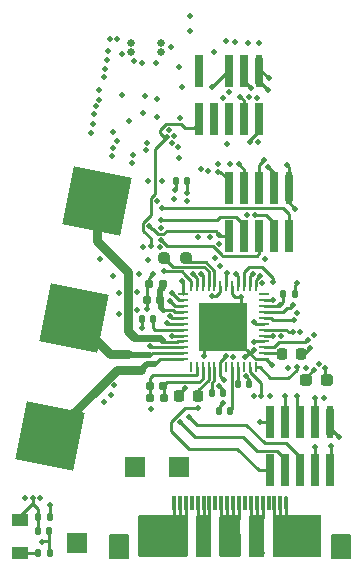
<source format=gbr>
G04 #@! TF.GenerationSoftware,KiCad,Pcbnew,(6.0.4)*
G04 #@! TF.CreationDate,2022-07-14T10:50:46-04:00*
G04 #@! TF.ProjectId,ratkit_design,7261746b-6974-45f6-9465-7369676e2e6b,RatKit2022_proA*
G04 #@! TF.SameCoordinates,PX41672a0PY65bcec0*
G04 #@! TF.FileFunction,Copper,L1,Top*
G04 #@! TF.FilePolarity,Positive*
%FSLAX46Y46*%
G04 Gerber Fmt 4.6, Leading zero omitted, Abs format (unit mm)*
G04 Created by KiCad (PCBNEW (6.0.4)) date 2022-07-14 10:50:46*
%MOMM*%
%LPD*%
G01*
G04 APERTURE LIST*
G04 Aperture macros list*
%AMRoundRect*
0 Rectangle with rounded corners*
0 $1 Rounding radius*
0 $2 $3 $4 $5 $6 $7 $8 $9 X,Y pos of 4 corners*
0 Add a 4 corners polygon primitive as box body*
4,1,4,$2,$3,$4,$5,$6,$7,$8,$9,$2,$3,0*
0 Add four circle primitives for the rounded corners*
1,1,$1+$1,$2,$3*
1,1,$1+$1,$4,$5*
1,1,$1+$1,$6,$7*
1,1,$1+$1,$8,$9*
0 Add four rect primitives between the rounded corners*
20,1,$1+$1,$2,$3,$4,$5,0*
20,1,$1+$1,$4,$5,$6,$7,0*
20,1,$1+$1,$6,$7,$8,$9,0*
20,1,$1+$1,$8,$9,$2,$3,0*%
%AMRotRect*
0 Rectangle, with rotation*
0 The origin of the aperture is its center*
0 $1 length*
0 $2 width*
0 $3 Rotation angle, in degrees counterclockwise*
0 Add horizontal line*
21,1,$1,$2,0,0,$3*%
G04 Aperture macros list end*
G04 #@! TA.AperFunction,EtchedComponent*
%ADD10C,0.200000*%
G04 #@! TD*
G04 #@! TA.AperFunction,SMDPad,CuDef*
%ADD11RoundRect,0.140000X-0.140000X-0.170000X0.140000X-0.170000X0.140000X0.170000X-0.140000X0.170000X0*%
G04 #@! TD*
G04 #@! TA.AperFunction,SMDPad,CuDef*
%ADD12RoundRect,0.062500X0.062500X-0.337500X0.062500X0.337500X-0.062500X0.337500X-0.062500X-0.337500X0*%
G04 #@! TD*
G04 #@! TA.AperFunction,SMDPad,CuDef*
%ADD13RoundRect,0.062500X0.337500X-0.062500X0.337500X0.062500X-0.337500X0.062500X-0.337500X-0.062500X0*%
G04 #@! TD*
G04 #@! TA.AperFunction,SMDPad,CuDef*
%ADD14R,4.100000X4.100000*%
G04 #@! TD*
G04 #@! TA.AperFunction,SMDPad,CuDef*
%ADD15RotRect,5.000000X5.000000X78.690000*%
G04 #@! TD*
G04 #@! TA.AperFunction,SMDPad,CuDef*
%ADD16RoundRect,0.135000X0.135000X0.185000X-0.135000X0.185000X-0.135000X-0.185000X0.135000X-0.185000X0*%
G04 #@! TD*
G04 #@! TA.AperFunction,SMDPad,CuDef*
%ADD17RoundRect,0.155000X0.212500X0.155000X-0.212500X0.155000X-0.212500X-0.155000X0.212500X-0.155000X0*%
G04 #@! TD*
G04 #@! TA.AperFunction,ComponentPad*
%ADD18R,1.700000X1.700000*%
G04 #@! TD*
G04 #@! TA.AperFunction,SMDPad,CuDef*
%ADD19RoundRect,0.140000X0.140000X0.170000X-0.140000X0.170000X-0.140000X-0.170000X0.140000X-0.170000X0*%
G04 #@! TD*
G04 #@! TA.AperFunction,SMDPad,CuDef*
%ADD20RoundRect,0.317500X0.000000X1.079500X0.000000X1.079500X0.000000X-1.079500X0.000000X-1.079500X0*%
G04 #@! TD*
G04 #@! TA.AperFunction,SMDPad,CuDef*
%ADD21R,0.635000X2.794000*%
G04 #@! TD*
G04 #@! TA.AperFunction,SMDPad,CuDef*
%ADD22RoundRect,0.160000X0.197500X0.160000X-0.197500X0.160000X-0.197500X-0.160000X0.197500X-0.160000X0*%
G04 #@! TD*
G04 #@! TA.AperFunction,SMDPad,CuDef*
%ADD23RoundRect,0.225000X0.225000X0.250000X-0.225000X0.250000X-0.225000X-0.250000X0.225000X-0.250000X0*%
G04 #@! TD*
G04 #@! TA.AperFunction,SMDPad,CuDef*
%ADD24RoundRect,0.225000X-0.225000X-0.250000X0.225000X-0.250000X0.225000X0.250000X-0.225000X0.250000X0*%
G04 #@! TD*
G04 #@! TA.AperFunction,SMDPad,CuDef*
%ADD25RoundRect,0.237500X-0.287500X-0.237500X0.287500X-0.237500X0.287500X0.237500X-0.287500X0.237500X0*%
G04 #@! TD*
G04 #@! TA.AperFunction,SMDPad,CuDef*
%ADD26R,1.450000X1.000000*%
G04 #@! TD*
G04 #@! TA.AperFunction,SMDPad,CuDef*
%ADD27RoundRect,0.075000X-0.075000X-0.525000X0.075000X-0.525000X0.075000X0.525000X-0.075000X0.525000X0*%
G04 #@! TD*
G04 #@! TA.AperFunction,SMDPad,CuDef*
%ADD28R,0.300000X1.200000*%
G04 #@! TD*
G04 #@! TA.AperFunction,SMDPad,CuDef*
%ADD29RoundRect,0.135000X-0.135000X-0.185000X0.135000X-0.185000X0.135000X0.185000X-0.135000X0.185000X0*%
G04 #@! TD*
G04 #@! TA.AperFunction,SMDPad,CuDef*
%ADD30RoundRect,0.237500X-0.250000X-0.237500X0.250000X-0.237500X0.250000X0.237500X-0.250000X0.237500X0*%
G04 #@! TD*
G04 #@! TA.AperFunction,ViaPad*
%ADD31C,0.508000*%
G04 #@! TD*
G04 #@! TA.AperFunction,ViaPad*
%ADD32C,0.660400*%
G04 #@! TD*
G04 #@! TA.AperFunction,Conductor*
%ADD33C,0.254000*%
G04 #@! TD*
G04 #@! TA.AperFunction,Conductor*
%ADD34C,0.508000*%
G04 #@! TD*
G04 #@! TA.AperFunction,Conductor*
%ADD35C,0.381000*%
G04 #@! TD*
G04 #@! TA.AperFunction,Conductor*
%ADD36C,0.762000*%
G04 #@! TD*
G04 #@! TA.AperFunction,Conductor*
%ADD37C,0.558800*%
G04 #@! TD*
G04 APERTURE END LIST*
D10*
G04 #@! TO.C,J100*
X16648400Y7214800D02*
X15148400Y7214800D01*
X15148400Y7214800D02*
X15148400Y5214800D01*
X15148400Y5214800D02*
X16648400Y5214800D01*
X16648400Y5214800D02*
X16648400Y7214800D01*
G36*
X16648400Y7214800D02*
G01*
X15148400Y7214800D01*
X15148400Y5214800D01*
X16648400Y5214800D01*
X16648400Y7214800D01*
G37*
X33948400Y7214800D02*
X35448400Y7214800D01*
X35448400Y7214800D02*
X35448400Y5214800D01*
X35448400Y5214800D02*
X33948400Y5214800D01*
X33948400Y5214800D02*
X33948400Y7214800D01*
G36*
X33948400Y7214800D02*
G01*
X35448400Y7214800D01*
X35448400Y5214800D01*
X33948400Y5214800D01*
X33948400Y7214800D01*
G37*
G04 #@! TD*
D11*
G04 #@! TO.P,C64,1*
G04 #@! TO.N,pAVDD_Reg*
X23751600Y19177000D03*
G04 #@! TO.P,C64,2*
G04 #@! TO.N,GND*
X24711600Y19177000D03*
G04 #@! TD*
D12*
G04 #@! TO.P,U50,1,RC0_2*
G04 #@! TO.N,unconnected-(U50-Pad1)*
X21965800Y21364200D03*
G04 #@! TO.P,U50,2,RC0_1*
G04 #@! TO.N,/RatKit_Main/RC0_1*
X22465800Y21364200D03*
G04 #@! TO.P,U50,3,RC0_0*
G04 #@! TO.N,/RatKit_Main/RC0_0*
X22965800Y21364200D03*
G04 #@! TO.P,U50,4,VREF_2V5*
G04 #@! TO.N,pVref_2V5*
X23465800Y21364200D03*
G04 #@! TO.P,U50,5,AVDD_REG*
G04 #@! TO.N,pAVDD_Reg*
X23965800Y21364200D03*
G04 #@! TO.P,U50,6,DVDD*
G04 #@! TO.N,V_Pot*
X24465800Y21364200D03*
G04 #@! TO.P,U50,7,DNC*
G04 #@! TO.N,unconnected-(U50-Pad7)*
X24965800Y21364200D03*
G04 #@! TO.P,U50,8,VBIAS0*
G04 #@! TO.N,/RatKit_Main/VBias0*
X25465800Y21364200D03*
G04 #@! TO.P,U50,9,VZERO0*
G04 #@! TO.N,/RatKit_Main/VZero0*
X25965800Y21364200D03*
G04 #@! TO.P,U50,10,DNC*
G04 #@! TO.N,unconnected-(U50-Pad10)*
X26465800Y21364200D03*
G04 #@! TO.P,U50,11,XTALI*
G04 #@! TO.N,/RatKit_Main/pXTAL1*
X26965800Y21364200D03*
G04 #@! TO.P,U50,12,XTALO*
G04 #@! TO.N,/RatKit_Main/pXTAL0*
X27465800Y21364200D03*
D13*
G04 #@! TO.P,U50,13,DGND*
G04 #@! TO.N,GND*
X28165800Y22064200D03*
G04 #@! TO.P,U50,14,DVDD_REG_1V8*
G04 #@! TO.N,pDVDD_Reg_1V8*
X28165800Y22564200D03*
G04 #@! TO.P,U50,15,CSn*
G04 #@! TO.N,/RatKit_Main/SPI1_NSS*
X28165800Y23064200D03*
G04 #@! TO.P,U50,16,SCLK*
G04 #@! TO.N,/RatKit_Main/SPI1_SCK*
X28165800Y23564200D03*
G04 #@! TO.P,U50,17,MOSI*
G04 #@! TO.N,/RatKit_Main/SPI1_MOSI*
X28165800Y24064200D03*
G04 #@! TO.P,U50,18,MISO*
G04 #@! TO.N,/RatKit_Main/SPI1_MISO*
X28165800Y24564200D03*
G04 #@! TO.P,U50,19,GPIO0*
G04 #@! TO.N,/RatKit_Main/INT_pACKOUT_uIn*
X28165800Y25064200D03*
G04 #@! TO.P,U50,20,GPIO1*
G04 #@! TO.N,/RatKit_Main/INT_pINTOUT_uIn*
X28165800Y25564200D03*
G04 #@! TO.P,U50,21,GPIO2*
G04 #@! TO.N,/RatKit_Main/INT_pIn_uACKOUT*
X28165800Y26064200D03*
G04 #@! TO.P,U50,22,RESETn*
G04 #@! TO.N,/RatKit_Main/PB4_pRSTN*
X28165800Y26564200D03*
G04 #@! TO.P,U50,23,DGND*
G04 #@! TO.N,GND*
X28165800Y27064200D03*
G04 #@! TO.P,U50,24,DNC*
G04 #@! TO.N,unconnected-(U50-Pad24)*
X28165800Y27564200D03*
D12*
G04 #@! TO.P,U50,25,DGND*
G04 #@! TO.N,GND*
X27465800Y28264200D03*
G04 #@! TO.P,U50,26,IOVDD*
G04 #@! TO.N,V_Pot*
X26965800Y28264200D03*
G04 #@! TO.P,U50,27,AFE3*
G04 #@! TO.N,/RatKit_Main/E_AFE3*
X26465800Y28264200D03*
G04 #@! TO.P,U50,28,AFE4*
G04 #@! TO.N,/RatKit_Main/E_AFE4*
X25965800Y28264200D03*
G04 #@! TO.P,U50,29,AGND*
G04 #@! TO.N,GND*
X25465800Y28264200D03*
G04 #@! TO.P,U50,30,AVDD*
G04 #@! TO.N,V_Pot*
X24965800Y28264200D03*
G04 #@! TO.P,U50,31,VBIAS_CAP*
G04 #@! TO.N,pVbias_Cap*
X24465800Y28264200D03*
G04 #@! TO.P,U50,32,RCAL0*
G04 #@! TO.N,/RatKit_Main/RCAL0*
X23965800Y28264200D03*
G04 #@! TO.P,U50,33,RCAL1*
G04 #@! TO.N,/RatKit_Main/RCAL1*
X23465800Y28264200D03*
G04 #@! TO.P,U50,34,AFE1*
G04 #@! TO.N,/RatKit_Main/E_AFE1*
X22965800Y28264200D03*
G04 #@! TO.P,U50,35,AFE2*
G04 #@! TO.N,/RatKit_Main/E_AFE2*
X22465800Y28264200D03*
G04 #@! TO.P,U50,36,AIN3_BUF_VREF1V8*
G04 #@! TO.N,/RatKit_Main/E_AIN3*
X21965800Y28264200D03*
D13*
G04 #@! TO.P,U50,37,AIN2*
G04 #@! TO.N,/RatKit_Main/E_AIN2*
X21265800Y27564200D03*
G04 #@! TO.P,U50,38,AIN1*
G04 #@! TO.N,/RatKit_Main/E_AIN1*
X21265800Y27064200D03*
G04 #@! TO.P,U50,39,AIN0*
G04 #@! TO.N,/RatKit_Main/E_AIN0*
X21265800Y26564200D03*
G04 #@! TO.P,U50,40,AIN4_LPF0*
G04 #@! TO.N,/RatKit_Main/LPF0*
X21265800Y26064200D03*
G04 #@! TO.P,U50,41,AVDD*
G04 #@! TO.N,V_Pot*
X21265800Y25564200D03*
G04 #@! TO.P,U50,42,AGND*
G04 #@! TO.N,GND*
X21265800Y25064200D03*
G04 #@! TO.P,U50,43,VREF_1V8*
G04 #@! TO.N,pVref_1V8*
X21265800Y24564200D03*
G04 #@! TO.P,U50,44,AGND_REF*
G04 #@! TO.N,GND*
X21265800Y24064200D03*
G04 #@! TO.P,U50,45,SE0*
G04 #@! TO.N,/RatKit_Main/WE0*
X21265800Y23564200D03*
G04 #@! TO.P,U50,46,DE0*
G04 #@! TO.N,/RatKit_Main/DE0*
X21265800Y23064200D03*
G04 #@! TO.P,U50,47,CE0*
G04 #@! TO.N,/RatKit_Main/CE0*
X21265800Y22564200D03*
G04 #@! TO.P,U50,48,RE0*
G04 #@! TO.N,/RatKit_Main/RE0*
X21265800Y22064200D03*
D14*
G04 #@! TO.P,U50,49,EP*
G04 #@! TO.N,GND*
X24715800Y24814200D03*
G04 #@! TD*
D15*
G04 #@! TO.P,J50,1,RE0*
G04 #@! TO.N,/RatKit_Main/RE0*
X10072448Y15564303D03*
G04 #@! TO.P,J50,2,CE0*
G04 #@! TO.N,/RatKit_Main/CE0*
X12065000Y25527000D03*
G04 #@! TO.P,J50,3,WE0*
G04 #@! TO.N,/RatKit_Main/WE0*
X14057552Y35489697D03*
G04 #@! TD*
D16*
G04 #@! TO.P,R3,1*
G04 #@! TO.N,V_Blue*
X10009600Y8712200D03*
G04 #@! TO.P,R3,2*
G04 #@! TO.N,/RatKit_Main/uRSTN*
X8989600Y8712200D03*
G04 #@! TD*
D17*
G04 #@! TO.P,C54,1*
G04 #@! TO.N,/RatKit_Main/LPF0*
X19388900Y27076400D03*
G04 #@! TO.P,C54,2*
G04 #@! TO.N,GND*
X18253900Y27076400D03*
G04 #@! TD*
D18*
G04 #@! TO.P,J102,1,Pin_1*
G04 #@! TO.N,GND*
X12344400Y6502400D03*
G04 #@! TD*
D19*
G04 #@! TO.P,C51,1*
G04 #@! TO.N,/RatKit_Main/VBias0*
X25295800Y17703800D03*
G04 #@! TO.P,C51,2*
G04 #@! TO.N,GND*
X24335800Y17703800D03*
G04 #@! TD*
D20*
G04 #@! TO.P,J52,1,1*
G04 #@! TO.N,V_Pot*
X33731200Y16738600D03*
D21*
G04 #@! TO.P,J52,2,2*
G04 #@! TO.N,/RatKit_Main/E_AIN0*
X33731200Y12674600D03*
G04 #@! TO.P,J52,3,3*
G04 #@! TO.N,GND*
X32461200Y16738600D03*
G04 #@! TO.P,J52,4,4*
G04 #@! TO.N,/RatKit_Main/E_AIN1*
X32461200Y12674600D03*
G04 #@! TO.P,J52,5,5*
G04 #@! TO.N,/RatKit_Main/E_AFE2*
X31191200Y16738600D03*
G04 #@! TO.P,J52,6,6*
G04 #@! TO.N,/RatKit_Main/E_AIN2*
X31191200Y12674600D03*
G04 #@! TO.P,J52,7,7*
G04 #@! TO.N,/RatKit_Main/E_AFE3*
X29921200Y16738600D03*
G04 #@! TO.P,J52,8,8*
G04 #@! TO.N,/RatKit_Main/E_AIN3*
X29921200Y12674600D03*
G04 #@! TO.P,J52,9,9*
G04 #@! TO.N,/RatKit_Main/E_AFE4*
X28651200Y16738600D03*
G04 #@! TO.P,J52,10,10*
G04 #@! TO.N,/RatKit_Main/E_AFE1*
X28651200Y12674600D03*
G04 #@! TD*
D17*
G04 #@! TO.P,C57,1*
G04 #@! TO.N,/RatKit_Main/RC0_0*
X19642900Y19812000D03*
G04 #@! TO.P,C57,2*
G04 #@! TO.N,/RatKit_Main/RC0_1*
X18507900Y19812000D03*
G04 #@! TD*
D20*
G04 #@! TO.P,J1,1,VTref*
G04 #@! TO.N,V_Blue*
X27736800Y46482000D03*
D21*
G04 #@! TO.P,J1,2,SWDIO/TMS*
G04 #@! TO.N,/RatKit_Main/uSWDIO*
X27736800Y42418000D03*
G04 #@! TO.P,J1,3,GND3*
G04 #@! TO.N,GND*
X26466800Y46482000D03*
G04 #@! TO.P,J1,4,SWDCLK/TCK*
G04 #@! TO.N,/RatKit_Main/uSWDCLK*
X26466800Y42418000D03*
G04 #@! TO.P,J1,5,GND5*
G04 #@! TO.N,GND*
X25196800Y46482000D03*
G04 #@! TO.P,J1,6,SWO/TDO*
G04 #@! TO.N,unconnected-(J1-Pad6)*
X25196800Y42418000D03*
G04 #@! TO.P,J1,8,NC/TDI*
G04 #@! TO.N,unconnected-(J1-Pad8)*
X23926800Y42418000D03*
G04 #@! TO.P,J1,9,GNDDSelect*
G04 #@! TO.N,unconnected-(J1-Pad9)*
X22656800Y46482000D03*
G04 #@! TO.P,J1,10,nRESET*
G04 #@! TO.N,/RatKit_Main/uRSTN*
X22656800Y42418000D03*
G04 #@! TD*
D18*
G04 #@! TO.P,J103,1,Pin_1*
G04 #@! TO.N,V_Pot*
X20955000Y12954000D03*
G04 #@! TD*
D22*
G04 #@! TO.P,R51,1*
G04 #@! TO.N,/RatKit_Main/RC0_0*
X19698300Y18796000D03*
G04 #@! TO.P,R51,2*
G04 #@! TO.N,/RatKit_Main/RC0_1*
X18503300Y18796000D03*
G04 #@! TD*
D23*
G04 #@! TO.P,C60,1*
G04 #@! TO.N,pVref_2V5*
X22542800Y18923000D03*
G04 #@! TO.P,C60,2*
G04 #@! TO.N,GND*
X20992800Y18923000D03*
G04 #@! TD*
D11*
G04 #@! TO.P,C52,1*
G04 #@! TO.N,/RatKit_Main/VZero0*
X25961400Y19964400D03*
G04 #@! TO.P,C52,2*
G04 #@! TO.N,GND*
X26921400Y19964400D03*
G04 #@! TD*
D16*
G04 #@! TO.P,R52,1*
G04 #@! TO.N,V_Pot*
X30761400Y27609800D03*
G04 #@! TO.P,R52,2*
G04 #@! TO.N,/RatKit_Main/PB4_pRSTN*
X29741400Y27609800D03*
G04 #@! TD*
D24*
G04 #@! TO.P,C62,1*
G04 #@! TO.N,pDVDD_Reg_1V8*
X29705000Y22479000D03*
G04 #@! TO.P,C62,2*
G04 #@! TO.N,GND*
X31255000Y22479000D03*
G04 #@! TD*
D25*
G04 #@! TO.P,D1,1,K*
G04 #@! TO.N,GND*
X31738600Y20269200D03*
G04 #@! TO.P,D1,2,A*
G04 #@! TO.N,Net-(D1-Pad2)*
X33488600Y20269200D03*
G04 #@! TD*
D18*
G04 #@! TO.P,J101,1,Pin_1*
G04 #@! TO.N,V_Blue*
X17272000Y12954000D03*
G04 #@! TD*
D26*
G04 #@! TO.P,S1,1,1*
G04 #@! TO.N,Net-(R4-Pad1)*
X7543800Y5661200D03*
G04 #@! TO.P,S1,2,2*
G04 #@! TO.N,/RatKit_Main/uRSTN*
X7543800Y8461200D03*
G04 #@! TD*
D27*
G04 #@! TO.P,J100,1,Pin_1*
G04 #@! TO.N,GND*
X30048400Y9864800D03*
D28*
G04 #@! TO.P,J100,2,Pin_2*
X29548400Y9864800D03*
G04 #@! TO.P,J100,3,Pin_3*
X29048400Y9864800D03*
G04 #@! TO.P,J100,4,Pin_4*
G04 #@! TO.N,unconnected-(J100-Pad4)*
X28548400Y9864800D03*
G04 #@! TO.P,J100,5,Pin_5*
G04 #@! TO.N,V_Pot*
X28048400Y9864800D03*
G04 #@! TO.P,J100,6,Pin_6*
X27548400Y9864800D03*
G04 #@! TO.P,J100,7,Pin_7*
X27048400Y9864800D03*
G04 #@! TO.P,J100,8,Pin_8*
G04 #@! TO.N,unconnected-(J100-Pad8)*
X26548400Y9864800D03*
G04 #@! TO.P,J100,9,Pin_9*
G04 #@! TO.N,V_Blue*
X26048400Y9864800D03*
G04 #@! TO.P,J100,10,Pin_10*
X25548400Y9864800D03*
G04 #@! TO.P,J100,11,Pin_11*
X25048400Y9864800D03*
G04 #@! TO.P,J100,12,Pin_12*
X24548400Y9864800D03*
G04 #@! TO.P,J100,13,Pin_13*
G04 #@! TO.N,unconnected-(J100-Pad13)*
X24048400Y9864800D03*
G04 #@! TO.P,J100,14,Pin_14*
G04 #@! TO.N,V_Pot*
X23548400Y9864800D03*
G04 #@! TO.P,J100,15,Pin_15*
X23048400Y9864800D03*
G04 #@! TO.P,J100,16,Pin_16*
X22548400Y9864800D03*
G04 #@! TO.P,J100,17,Pin_17*
G04 #@! TO.N,unconnected-(J100-Pad17)*
X22048400Y9864800D03*
G04 #@! TO.P,J100,18,Pin_18*
G04 #@! TO.N,GND*
X21548400Y9864800D03*
G04 #@! TO.P,J100,19,Pin_19*
X21048400Y9864800D03*
G04 #@! TO.P,J100,20,Pin_20*
X20548400Y9864800D03*
G04 #@! TD*
D29*
G04 #@! TO.P,R4,1*
G04 #@! TO.N,Net-(R4-Pad1)*
X8989600Y5664200D03*
G04 #@! TO.P,R4,2*
G04 #@! TO.N,GND*
X10009600Y5664200D03*
G04 #@! TD*
D30*
G04 #@! TO.P,R50,1*
G04 #@! TO.N,/RatKit_Main/RCAL1*
X19737700Y30607000D03*
G04 #@! TO.P,R50,2*
G04 #@! TO.N,/RatKit_Main/RCAL0*
X21562700Y30607000D03*
G04 #@! TD*
D17*
G04 #@! TO.P,C53,1*
G04 #@! TO.N,/RatKit_Main/LPF0*
X19592100Y28448000D03*
G04 #@! TO.P,C53,2*
G04 #@! TO.N,GND*
X18457100Y28448000D03*
G04 #@! TD*
D11*
G04 #@! TO.P,C6,1*
G04 #@! TO.N,/RatKit_Main/uRSTN*
X9019600Y7518400D03*
G04 #@! TO.P,C6,2*
G04 #@! TO.N,GND*
X9979600Y7518400D03*
G04 #@! TD*
D20*
G04 #@! TO.P,J2,1,1*
G04 #@! TO.N,V_Blue*
X30276800Y36550600D03*
D21*
G04 #@! TO.P,J2,2,2*
G04 #@! TO.N,/RatKit_Main/PB0_ADC_VINM1*
X30276800Y32486600D03*
G04 #@! TO.P,J2,3,3*
G04 #@! TO.N,GND*
X29006800Y36550600D03*
G04 #@! TO.P,J2,4,4*
G04 #@! TO.N,/RatKit_Main/PB1_ADC_VINP1*
X29006800Y32486600D03*
G04 #@! TO.P,J2,5,5*
G04 #@! TO.N,/RatKit_Main/uI2C1_SDA*
X27736800Y36550600D03*
G04 #@! TO.P,J2,6,6*
G04 #@! TO.N,/RatKit_Main/PB2_ADC_VINM0*
X27736800Y32486600D03*
G04 #@! TO.P,J2,7,7*
G04 #@! TO.N,/RatKit_Main/uI2C1_SCL*
X26466800Y36550600D03*
G04 #@! TO.P,J2,8,8*
G04 #@! TO.N,/RatKit_Main/PB3_ADC_VINP0*
X26466800Y32486600D03*
G04 #@! TO.P,J2,9,9*
G04 #@! TO.N,/RatKit_Main/uI2C1_SMBA*
X25196800Y36550600D03*
G04 #@! TO.P,J2,10,10*
G04 #@! TO.N,/RatKit_Main/PB4_pRSTN*
X25196800Y32486600D03*
G04 #@! TD*
D19*
G04 #@! TO.P,C13,1*
G04 #@! TO.N,V_Blue*
X21663600Y37109400D03*
G04 #@! TO.P,C13,2*
G04 #@! TO.N,GND*
X20703600Y37109400D03*
G04 #@! TD*
G04 #@! TO.P,C61,1*
G04 #@! TO.N,pVref_1V8*
X18793400Y25425400D03*
G04 #@! TO.P,C61,2*
G04 #@! TO.N,GND*
X17833400Y25425400D03*
G04 #@! TD*
D31*
G04 #@! TO.N,GND*
X27635200Y40436800D03*
X18288000Y8229600D03*
X21158200Y7086600D03*
X20574000Y35636200D03*
X27965400Y28473400D03*
X32791400Y21691600D03*
X18288000Y6375400D03*
X26720800Y34290000D03*
X16179800Y44424600D03*
X32410400Y21183600D03*
X24688800Y23139400D03*
X29591000Y24028400D03*
X20345400Y24028400D03*
X26797000Y48869600D03*
X18237200Y26314400D03*
X15367000Y29133800D03*
D32*
X16916400Y48818800D03*
D31*
X30124400Y8178800D03*
X26187400Y27355800D03*
X26877582Y44290818D03*
X30226000Y21336000D03*
X19075400Y42570400D03*
X25019000Y26162000D03*
D32*
X19481800Y48031400D03*
D31*
X23749000Y45135800D03*
X21869400Y49809400D03*
X27305000Y22809200D03*
X29438600Y5740400D03*
X15113000Y49149000D03*
D32*
X16941800Y48031400D03*
D31*
X19405600Y8229600D03*
X15494000Y19837400D03*
X19075400Y44069000D03*
X17932400Y31546800D03*
X29235400Y7239000D03*
X23190200Y23139400D03*
X21488900Y19583900D03*
X23113011Y22301200D03*
X17830800Y24662900D03*
X33248600Y18745200D03*
X20370800Y40360600D03*
X13944600Y43459400D03*
X24409400Y29946600D03*
X19100800Y35458400D03*
X27305000Y18973800D03*
X28498800Y38354000D03*
X32410400Y5969000D03*
X24688800Y18364200D03*
X26365200Y25908000D03*
X15875500Y27660600D03*
X20878800Y40030400D03*
X30937200Y25984200D03*
X23926800Y48031400D03*
X17018000Y38709600D03*
X22580600Y32433035D03*
X21082000Y42494200D03*
X28702000Y18923000D03*
D32*
X19456400Y48844200D03*
D31*
X27101800Y45059600D03*
X20624800Y36398200D03*
X18770600Y29238600D03*
X15392400Y39903400D03*
X24917400Y48996600D03*
X14300200Y30505400D03*
X32435800Y24104600D03*
X20802600Y5715000D03*
X31242000Y24358600D03*
X16738600Y42265600D03*
X14935200Y48183800D03*
X31750000Y21336000D03*
X17957800Y42900600D03*
X25019000Y24663400D03*
X18161000Y39751000D03*
X25171400Y44653200D03*
X22787057Y38154057D03*
X13487400Y41198800D03*
X20472400Y8204200D03*
X23241000Y26162000D03*
X19380200Y31521400D03*
X21869400Y51104800D03*
X9220200Y10287000D03*
X27813000Y29083000D03*
X9398000Y6604000D03*
X24231600Y38582600D03*
X28956000Y27071700D03*
X24384000Y19786600D03*
X24673541Y44135069D03*
X32486600Y18745200D03*
X20929600Y46786800D03*
X15875000Y25857200D03*
X24003000Y30657800D03*
X20574000Y40995600D03*
X18059400Y44323000D03*
X26604885Y20616182D03*
X32054800Y22987000D03*
X31387212Y8173427D03*
X20980400Y39090600D03*
X26593800Y22225000D03*
X19431000Y33172400D03*
X28829000Y21590000D03*
X19939000Y25095200D03*
X26263600Y24485600D03*
X18364200Y37109400D03*
X14579600Y18465800D03*
X20269200Y48488600D03*
X32461200Y8128000D03*
X7924800Y10287000D03*
X25273000Y38582600D03*
X26390600Y23139400D03*
X23241000Y24790400D03*
G04 #@! TO.N,/RatKit_Main/uRSTN*
X19939000Y40843200D03*
X8585200Y10287000D03*
X18618200Y17881600D03*
X18555145Y31668379D03*
G04 #@! TO.N,V_Blue*
X15417800Y41325800D03*
X27609800Y44195502D03*
X17805400Y47142400D03*
X25908000Y7035800D03*
X30810200Y34798000D03*
X25908000Y5613400D03*
X25730200Y48920400D03*
X19050000Y47117000D03*
X24612600Y7035800D03*
X25044400Y40259000D03*
X23444200Y38023800D03*
X21641383Y36163643D03*
X28524200Y44831000D03*
X19507200Y37160200D03*
X28549600Y45847000D03*
X10007600Y9677400D03*
X30073600Y38506400D03*
X24663400Y8407400D03*
X21666200Y35483800D03*
X24663400Y5613400D03*
X20116800Y41478200D03*
X25908000Y8382000D03*
X27736800Y48793400D03*
G04 #@! TO.N,pVbias_Cap*
X23799800Y27406600D03*
G04 #@! TO.N,V_Pot*
X20202443Y25730700D03*
X24815800Y20294600D03*
X17449800Y26212800D03*
X17576800Y29235400D03*
X22682200Y5664200D03*
X22656800Y7569200D03*
X23444200Y6680200D03*
X34493200Y15443200D03*
X27178000Y6451600D03*
X27203400Y29311600D03*
X27152600Y7467600D03*
X18364200Y30480000D03*
X17398500Y27762200D03*
X25552400Y22250400D03*
X24942800Y22301200D03*
X30988000Y28473400D03*
X27940000Y8509000D03*
X23444200Y8509000D03*
X28233195Y30523519D03*
X23571200Y32433035D03*
X27965400Y5638800D03*
X25019000Y29337000D03*
G04 #@! TO.N,Net-(D1-Pad2)*
X33289410Y21298434D03*
G04 #@! TO.N,/RatKit_Main/uSWDIO*
X16154400Y47929800D03*
X26974800Y40411400D03*
G04 #@! TO.N,/RatKit_Main/uSWDCLK*
X17170400Y47320200D03*
X26162000Y44297600D03*
G04 #@! TO.N,/RatKit_Main/PB0_ADC_VINM1*
X13797636Y42842152D03*
X19532600Y34899600D03*
G04 #@! TO.N,/RatKit_Main/PB1_ADC_VINP1*
X13649243Y41951357D03*
X27372105Y34261163D03*
G04 #@! TO.N,/RatKit_Main/uI2C1_SDA*
X15748000Y49149000D03*
X28168600Y38912800D03*
G04 #@! TO.N,/RatKit_Main/PB2_ADC_VINM0*
X19481800Y32156400D03*
G04 #@! TO.N,/RatKit_Main/uI2C1_SCL*
X26009600Y38557200D03*
X14909800Y47421800D03*
G04 #@! TO.N,/RatKit_Main/PB3_ADC_VINP0*
X19456400Y33858200D03*
G04 #@! TO.N,/RatKit_Main/uI2C1_SMBA*
X24244704Y37936795D03*
X21183600Y45085000D03*
G04 #@! TO.N,/RatKit_Main/PB4_pRSTN*
X18415000Y33375600D03*
X15697700Y40504315D03*
X29489400Y26670000D03*
X24384000Y32613600D03*
G04 #@! TO.N,/RatKit_Main/SPI1_NSS*
X31903415Y23724647D03*
X14198600Y44043600D03*
G04 #@! TO.N,/RatKit_Main/SPI1_MISO*
X30607000Y24358600D03*
X14206687Y44842372D03*
X15290800Y39268400D03*
X24358600Y31851600D03*
G04 #@! TO.N,/RatKit_Main/SPI1_SCK*
X14579600Y45974000D03*
X27305000Y23495000D03*
G04 #@! TO.N,/RatKit_Main/SPI1_MOSI*
X14706600Y46634400D03*
X28956000Y24056700D03*
G04 #@! TO.N,/RatKit_Main/INT_pIn_uACKOUT*
X30632400Y26670000D03*
X18233943Y40382743D03*
G04 #@! TO.N,/RatKit_Main/INT_pINTOUT_uIn*
X30683200Y25400000D03*
G04 #@! TO.N,/RatKit_Main/INT_pACKOUT_uIn*
X27279600Y25171400D03*
X17037321Y39353735D03*
G04 #@! TO.N,/RatKit_Main/pXTAL1*
X27940000Y18923000D03*
G04 #@! TO.N,/RatKit_Main/pXTAL0*
X30937200Y21361400D03*
G04 #@! TO.N,/RatKit_Main/E_AIN0*
X33807400Y14706600D03*
X20193000Y27000200D03*
G04 #@! TO.N,/RatKit_Main/E_AIN1*
X20345400Y27660600D03*
X32461200Y14655800D03*
G04 #@! TO.N,/RatKit_Main/E_AFE2*
X30988000Y18903502D03*
X22123400Y29286200D03*
G04 #@! TO.N,/RatKit_Main/E_AIN2*
X21818600Y17195800D03*
X21232965Y28722321D03*
G04 #@! TO.N,/RatKit_Main/E_AFE3*
X29921200Y18948400D03*
X28905200Y28575000D03*
G04 #@! TO.N,/RatKit_Main/E_AIN3*
X21056600Y16738600D03*
X19735800Y29489400D03*
G04 #@! TO.N,/RatKit_Main/E_AFE4*
X27863800Y16738600D03*
X25781000Y29260800D03*
G04 #@! TO.N,/RatKit_Main/E_AFE1*
X22606000Y17907000D03*
X22860000Y29286200D03*
G04 #@! TO.N,/RatKit_Main/DE0*
X18491200Y23164800D03*
X15189200Y19024600D03*
G04 #@! TD*
D33*
G04 #@! TO.N,GND*
X9979600Y7518400D02*
X9979600Y6657400D01*
X9979600Y6657400D02*
X9979600Y5694200D01*
X28354800Y22064200D02*
X28829000Y21590000D01*
X21548400Y9864800D02*
X21548400Y8772200D01*
X21265800Y24064200D02*
X20381200Y24064200D01*
X27465800Y28735800D02*
X27813000Y29083000D01*
X21548400Y8772200D02*
X21310600Y8534400D01*
X20992800Y18923000D02*
X20992800Y19087800D01*
X18457100Y28925100D02*
X18770600Y29238600D01*
X28165800Y22064200D02*
X28354800Y22064200D01*
X29235400Y8280400D02*
X29235400Y7874000D01*
X30048400Y9864800D02*
X30048400Y8636200D01*
X25476200Y27942802D02*
X25476200Y27584400D01*
X26187400Y26285800D02*
X24715800Y24814200D01*
X27101800Y22606000D02*
X27101800Y22428200D01*
X18253900Y27076400D02*
X18253900Y26331100D01*
X21310600Y7239000D02*
X21158200Y7086600D01*
X21548400Y8772200D02*
X20980400Y8204200D01*
X27465800Y22064200D02*
X27101800Y22428200D01*
X26924000Y22555200D02*
X26974800Y22555200D01*
X9979600Y5694200D02*
X10009600Y5664200D01*
X29048400Y9864800D02*
X29048400Y8525200D01*
X30048400Y8636200D02*
X30124400Y8560200D01*
X26921400Y20299667D02*
X26604885Y20616182D01*
X18253900Y26331100D02*
X18237200Y26314400D01*
X25465800Y27953202D02*
X25476200Y27942802D01*
X29548400Y8593400D02*
X29235400Y8280400D01*
X29235400Y8338200D02*
X29235400Y7874000D01*
X26466800Y46482000D02*
X26466800Y45694600D01*
X29548400Y9864800D02*
X29548400Y8593400D01*
X23113011Y23062211D02*
X23190200Y23139400D01*
X25704800Y27355800D02*
X26187400Y27355800D01*
X24711600Y19459000D02*
X24384000Y19786600D01*
X21056600Y8712200D02*
X20548600Y8204200D01*
X20548400Y9864800D02*
X20548400Y8280200D01*
X23113011Y22301200D02*
X23113011Y23062211D01*
X28165800Y22064200D02*
X27465800Y22064200D01*
X32461200Y16738600D02*
X32461200Y18719800D01*
X21048400Y9864800D02*
X21048400Y8720400D01*
X31738600Y20511800D02*
X32410400Y21183600D01*
X26921400Y19964400D02*
X26921400Y20299667D01*
X27465800Y28264200D02*
X27465800Y28735800D01*
X18457100Y28448000D02*
X18457100Y28363100D01*
X26187400Y27355800D02*
X26187400Y26285800D01*
X20548600Y8204200D02*
X20472400Y8204200D01*
X29006800Y37846000D02*
X28498800Y38354000D01*
X20703600Y37109400D02*
X20703600Y36477000D01*
X24711600Y19177000D02*
X24711600Y19459000D01*
X21310600Y8534400D02*
X21310600Y7239000D01*
X9451400Y6657400D02*
X9398000Y6604000D01*
X17833400Y25425400D02*
X17833400Y24665500D01*
X25196800Y46482000D02*
X25095200Y46482000D01*
X31255000Y22479000D02*
X31546800Y22479000D01*
X29235400Y7874000D02*
X29235400Y7239000D01*
X26466800Y45694600D02*
X27101800Y45059600D01*
X18253900Y28159900D02*
X18253900Y27076400D01*
X28165800Y27064200D02*
X28948500Y27064200D01*
X20548400Y8280200D02*
X20472400Y8204200D01*
X27305000Y22809200D02*
X27101800Y22606000D01*
X32461200Y18719800D02*
X32486600Y18745200D01*
X19970000Y25064200D02*
X19939000Y25095200D01*
X26593800Y22225000D02*
X26924000Y22555200D01*
X20703600Y36477000D02*
X20624800Y36398200D01*
X24335800Y17703800D02*
X24335800Y18011200D01*
X18457100Y28363100D02*
X18253900Y28159900D01*
X28948500Y27064200D02*
X28956000Y27071700D01*
X26974800Y22555200D02*
X24715800Y24814200D01*
X25476200Y27584400D02*
X25704800Y27355800D01*
X30124400Y8560200D02*
X30124400Y8178800D01*
X21265800Y25064200D02*
X19970000Y25064200D01*
X25095200Y46482000D02*
X23749000Y45135800D01*
X29048400Y8525200D02*
X29235400Y8338200D01*
X24335800Y18011200D02*
X24688800Y18364200D01*
X25465800Y28264200D02*
X25465800Y27953202D01*
X31738600Y20269200D02*
X31738600Y20511800D01*
X20980400Y8204200D02*
X20472400Y8204200D01*
X20992800Y19087800D02*
X21488900Y19583900D01*
X29006800Y36550600D02*
X29006800Y37846000D01*
X20381200Y24064200D02*
X20345400Y24028400D01*
X18457100Y28448000D02*
X18457100Y28925100D01*
X9979600Y6657400D02*
X9451400Y6657400D01*
X27101800Y22428200D02*
X26974800Y22555200D01*
X31546800Y22479000D02*
X32054800Y22987000D01*
X21048400Y8720400D02*
X21056600Y8712200D01*
X17833400Y24665500D02*
X17830800Y24662900D01*
G04 #@! TO.N,/RatKit_Main/uRSTN*
X17907489Y33604689D02*
X17907489Y32943311D01*
X19380200Y41459330D02*
X19380200Y41173400D01*
X18555145Y32295655D02*
X18555145Y31668379D01*
X8991600Y8714200D02*
X8989600Y8712200D01*
X8585200Y9855200D02*
X8585200Y9804400D01*
X17907489Y32943311D02*
X18555145Y32295655D01*
X18592800Y34290000D02*
X17907489Y33604689D01*
X19710400Y40843200D02*
X19939000Y40843200D01*
X9019600Y8682200D02*
X8989600Y8712200D01*
X18973800Y36049130D02*
X18592800Y35668130D01*
X8585200Y10287000D02*
X8585200Y9855200D01*
X22656800Y42087800D02*
X22225000Y41656000D01*
X19939000Y40843200D02*
X18973800Y39878000D01*
X8585200Y9855200D02*
X7543800Y8813800D01*
X8585200Y9804400D02*
X8991600Y9398000D01*
X7543800Y8813800D02*
X7543800Y8461200D01*
X9019600Y7518400D02*
X9019600Y8682200D01*
X21437600Y41656000D02*
X21107889Y41985711D01*
X19380200Y41173400D02*
X19710400Y40843200D01*
X18592800Y35668130D02*
X18592800Y34290000D01*
X21107889Y41985711D02*
X19906581Y41985711D01*
X19906581Y41985711D02*
X19380200Y41459330D01*
X18973800Y39878000D02*
X18973800Y36049130D01*
X22225000Y41656000D02*
X21437600Y41656000D01*
X22656800Y42418000D02*
X22656800Y42087800D01*
X8991600Y9398000D02*
X8991600Y8714200D01*
G04 #@! TO.N,V_Blue*
X27914600Y46482000D02*
X28549600Y45847000D01*
X30276800Y38303200D02*
X30073600Y38506400D01*
X25048400Y9864800D02*
X25048400Y8614600D01*
X21663600Y36185860D02*
X21641383Y36163643D01*
X30276800Y35331400D02*
X30810200Y34798000D01*
X10009600Y8712200D02*
X10009600Y9675400D01*
X10009600Y9675400D02*
X10007600Y9677400D01*
X24548400Y9864800D02*
X24548400Y8622600D01*
X25548400Y9864800D02*
X25548400Y8843200D01*
X25548400Y8843200D02*
X25548400Y8741600D01*
X27736800Y46482000D02*
X27736800Y45618400D01*
X25048400Y8614600D02*
X24841200Y8407400D01*
X24841200Y8407400D02*
X24663400Y8407400D01*
X26048400Y8522400D02*
X25908000Y8382000D01*
X30276800Y36550600D02*
X30276800Y38303200D01*
X27736800Y46482000D02*
X27914600Y46482000D01*
X30276800Y36550600D02*
X30276800Y35331400D01*
X26048400Y9864800D02*
X26048400Y8522400D01*
X21663600Y37109400D02*
X21663600Y36185860D01*
X27736800Y45618400D02*
X28524200Y44831000D01*
X25548400Y8741600D02*
X25908000Y8382000D01*
G04 #@! TO.N,/RatKit_Main/VBias0*
X25295800Y17703800D02*
X25427880Y17835880D01*
X25427880Y21326280D02*
X25465800Y21364200D01*
X25427880Y17835880D02*
X25427880Y21326280D01*
G04 #@! TO.N,/RatKit_Main/VZero0*
X25961400Y19964400D02*
X25961400Y21359800D01*
X25961400Y21359800D02*
X25965800Y21364200D01*
G04 #@! TO.N,/RatKit_Main/LPF0*
X19592100Y28448000D02*
X19592100Y28355100D01*
D34*
X19405600Y26416000D02*
X19405600Y27059712D01*
D33*
X20595600Y26064200D02*
X20421600Y26238200D01*
X19592100Y28448000D02*
X19592100Y28101100D01*
D35*
X19583400Y26238200D02*
X19405600Y26416000D01*
D33*
X20421600Y26238200D02*
X19583400Y26238200D01*
X19592100Y28355100D02*
X19558000Y28321000D01*
D34*
X19592112Y28101112D02*
X19388912Y27897912D01*
X19388912Y27897912D02*
X19388912Y27076400D01*
D33*
X19405600Y27059700D02*
X19388900Y27076400D01*
X21265800Y26064200D02*
X20595600Y26064200D01*
G04 #@! TO.N,/RatKit_Main/RC0_0*
X22682200Y20091400D02*
X19922300Y20091400D01*
X19698300Y19756600D02*
X19642900Y19812000D01*
X19698300Y18796000D02*
X19698300Y19756600D01*
X22965800Y21364200D02*
X22965800Y20375000D01*
X19922300Y20091400D02*
X19642900Y19812000D01*
X22965800Y20375000D02*
X22682200Y20091400D01*
G04 #@! TO.N,/RatKit_Main/RC0_1*
X22465800Y20738600D02*
X22428200Y20701000D01*
X22465800Y21364200D02*
X22465800Y20738600D01*
X18507900Y19812000D02*
X18507900Y18800600D01*
X18507900Y20463700D02*
X18507900Y19812000D01*
X18507900Y18800600D02*
X18503300Y18796000D01*
X22428200Y20701000D02*
X18745200Y20701000D01*
X18745200Y20701000D02*
X18507900Y20463700D01*
G04 #@! TO.N,pVref_2V5*
X22542800Y19413864D02*
X22542800Y18923000D01*
X23465800Y21364200D02*
X23469600Y21360400D01*
X23469600Y20340664D02*
X22542800Y19413864D01*
X23469600Y21360400D02*
X23469600Y20340664D01*
G04 #@! TO.N,pVref_1V8*
X18793400Y24742200D02*
X18793400Y25425400D01*
X18971400Y24564200D02*
X18793400Y24742200D01*
X21265800Y24564200D02*
X18971400Y24564200D01*
G04 #@! TO.N,pDVDD_Reg_1V8*
X29619800Y22564200D02*
X29705000Y22479000D01*
X28165800Y22564200D02*
X29619800Y22564200D01*
G04 #@! TO.N,pVbias_Cap*
X24307800Y27609800D02*
X24104600Y27406600D01*
X24465800Y27767800D02*
X24460200Y27762200D01*
X24460200Y27762200D02*
X24307800Y27609800D01*
X24104600Y27406600D02*
X23799800Y27406600D01*
X24465800Y28264200D02*
X24465800Y27767800D01*
G04 #@! TO.N,pAVDD_Reg*
X23965800Y20257400D02*
X23749000Y20040600D01*
X23749000Y20040600D02*
X23749000Y19179600D01*
X23965800Y21364200D02*
X23965800Y20257400D01*
G04 #@! TO.N,V_Pot*
X23048400Y9864800D02*
X23048400Y8646600D01*
X23548400Y8664000D02*
X23548400Y9864800D01*
X24465800Y20644600D02*
X24815800Y20294600D01*
X27152600Y8077200D02*
X27152600Y7467600D01*
X24465800Y21364200D02*
X24465800Y21824200D01*
X30761400Y28246800D02*
X30988000Y28473400D01*
X28048400Y9864800D02*
X28048400Y8617400D01*
X28048400Y8592000D02*
X28041600Y8585200D01*
X33731200Y16738600D02*
X33731200Y16205200D01*
X27048400Y8181400D02*
X27152600Y8077200D01*
X27548400Y8900600D02*
X27940000Y8509000D01*
X20368943Y25564200D02*
X20202443Y25730700D01*
X24465800Y21364200D02*
X24465800Y20644600D01*
X26965800Y28264200D02*
X26965800Y29074000D01*
X33731200Y16205200D02*
X34493200Y15443200D01*
X30761400Y27609800D02*
X30761400Y28246800D01*
X21265800Y25564200D02*
X20368943Y25564200D01*
X27548400Y9864800D02*
X27548400Y8900600D01*
X23048400Y8646600D02*
X23037800Y8636000D01*
X23444200Y8509000D02*
X23444200Y8559800D01*
X23164800Y8509000D02*
X23444200Y8509000D01*
X27048400Y9864800D02*
X27048400Y8181400D01*
X24965800Y28264200D02*
X24965800Y29283800D01*
X23037800Y8636000D02*
X23164800Y8509000D01*
X26965800Y29074000D02*
X27203400Y29311600D01*
X22548400Y7677600D02*
X22656800Y7569200D01*
X23444200Y8559800D02*
X23548400Y8664000D01*
X24465800Y21824200D02*
X24942800Y22301200D01*
X24965800Y29283800D02*
X25019000Y29337000D01*
X22548400Y9864800D02*
X22548400Y7677600D01*
X28048400Y8617400D02*
X27940000Y8509000D01*
G04 #@! TO.N,Net-(D1-Pad2)*
X33289410Y20468390D02*
X33488600Y20269200D01*
X33289410Y21298434D02*
X33289410Y20468390D01*
G04 #@! TO.N,/RatKit_Main/uSWDIO*
X26974800Y40589200D02*
X26974800Y40411400D01*
X27736800Y41351200D02*
X26974800Y40589200D01*
X27736800Y42418000D02*
X27736800Y41351200D01*
G04 #@! TO.N,/RatKit_Main/uSWDCLK*
X26466800Y43992800D02*
X26466800Y42418000D01*
X26162000Y44297600D02*
X26466800Y43992800D01*
G04 #@! TO.N,/RatKit_Main/PB0_ADC_VINM1*
X29768311Y34900089D02*
X19533089Y34900089D01*
X30276800Y32486600D02*
X30276800Y34391600D01*
X19533089Y34900089D02*
X19532600Y34899600D01*
X30276800Y34391600D02*
X29768311Y34900089D01*
G04 #@! TO.N,/RatKit_Main/PB1_ADC_VINP1*
X29006800Y33566100D02*
X28311737Y34261163D01*
X29006800Y32486600D02*
X29006800Y33566100D01*
X28311737Y34261163D02*
X27372105Y34261163D01*
G04 #@! TO.N,/RatKit_Main/uI2C1_SDA*
X27736800Y36550600D02*
X27736800Y38481000D01*
X27736800Y38481000D02*
X28168600Y38912800D01*
G04 #@! TO.N,/RatKit_Main/PB2_ADC_VINM0*
X19977949Y31641381D02*
X23851089Y31641381D01*
X19481800Y32137530D02*
X19977949Y31641381D01*
X19481800Y32156400D02*
X19481800Y32137530D01*
X24625789Y30866681D02*
X23851089Y31641381D01*
X27736800Y32486600D02*
X27736800Y31013400D01*
X24625789Y30836089D02*
X24625789Y30866681D01*
X27559489Y30836089D02*
X24625789Y30836089D01*
X27736800Y31013400D02*
X27559489Y30836089D01*
G04 #@! TO.N,/RatKit_Main/uI2C1_SCL*
X26466800Y38100000D02*
X26466800Y36550600D01*
X26009600Y38557200D02*
X26466800Y38100000D01*
G04 #@! TO.N,/RatKit_Main/PB3_ADC_VINP0*
X25945122Y33959800D02*
X25933400Y33959800D01*
X24434800Y34137600D02*
X24155400Y33858200D01*
X24155400Y33858200D02*
X19456400Y33858200D01*
X25767322Y34137600D02*
X24434800Y34137600D01*
X26466800Y33438122D02*
X25945122Y33959800D01*
X25933400Y33971522D02*
X25767322Y34137600D01*
X25933400Y33959800D02*
X25933400Y33971522D01*
X26466800Y32486600D02*
X26466800Y33438122D01*
G04 #@! TO.N,/RatKit_Main/uI2C1_SMBA*
X25196800Y37192130D02*
X24452135Y37936795D01*
X24452135Y37936795D02*
X24244704Y37936795D01*
X25196800Y36550600D02*
X25196800Y37192130D01*
G04 #@! TO.N,/RatKit_Main/PB4_pRSTN*
X18770600Y33115070D02*
X18675530Y33115070D01*
X24057065Y32940535D02*
X24384000Y32613600D01*
X19916865Y32940535D02*
X24057065Y32940535D01*
X25196800Y32486600D02*
X24511000Y32486600D01*
X19220781Y32664889D02*
X19641219Y32664889D01*
X28165800Y26564200D02*
X29383600Y26564200D01*
X29741400Y26922000D02*
X29489400Y26670000D01*
X24511000Y32486600D02*
X24384000Y32613600D01*
X18770600Y33115070D02*
X19220781Y32664889D01*
X29741400Y27609800D02*
X29741400Y26922000D01*
X18675530Y33115070D02*
X18415000Y33375600D01*
X19641219Y32664889D02*
X19916865Y32940535D01*
X29383600Y26564200D02*
X29489400Y26670000D01*
G04 #@! TO.N,Net-(R4-Pad1)*
X8989600Y5664200D02*
X7546800Y5664200D01*
X7546800Y5664200D02*
X7543800Y5661200D01*
G04 #@! TO.N,/RatKit_Main/RCAL0*
X23246216Y30250920D02*
X21918780Y30250920D01*
X21918780Y30250920D02*
X21562700Y30607000D01*
X23965800Y28264200D02*
X23965800Y29531336D01*
X23965800Y29531336D02*
X23246216Y30250920D01*
G04 #@! TO.N,/RatKit_Main/RCAL1*
X23088600Y29870400D02*
X20474300Y29870400D01*
X20474300Y29870400D02*
X19737700Y30607000D01*
X23465800Y29493200D02*
X23088600Y29870400D01*
X23465800Y28264200D02*
X23465800Y29493200D01*
G04 #@! TO.N,/RatKit_Main/SPI1_NSS*
X29464000Y23495000D02*
X30353000Y23495000D01*
X30353000Y23495000D02*
X31673768Y23495000D01*
X31673768Y23495000D02*
X31903415Y23724647D01*
X29033200Y23064200D02*
X29464000Y23495000D01*
X28165800Y23064200D02*
X29033200Y23064200D01*
G04 #@! TO.N,/RatKit_Main/SPI1_MISO*
X30251400Y24333200D02*
X30581600Y24333200D01*
X28165800Y24564200D02*
X30020400Y24564200D01*
X30020400Y24564200D02*
X30251400Y24333200D01*
X30581600Y24333200D02*
X30607000Y24358600D01*
G04 #@! TO.N,/RatKit_Main/SPI1_SCK*
X28165800Y23564200D02*
X27374200Y23564200D01*
X27374200Y23564200D02*
X27305000Y23495000D01*
G04 #@! TO.N,/RatKit_Main/SPI1_MOSI*
X28165800Y24064200D02*
X28948500Y24064200D01*
X28948500Y24064200D02*
X28956000Y24056700D01*
G04 #@! TO.N,/RatKit_Main/INT_pIn_uACKOUT*
X28165800Y26064200D02*
X29798000Y26064200D01*
X29798000Y26064200D02*
X30149800Y26416000D01*
X30327600Y26416000D02*
X30378400Y26416000D01*
X30378400Y26416000D02*
X30632400Y26670000D01*
X30149800Y26416000D02*
X30327600Y26416000D01*
G04 #@! TO.N,/RatKit_Main/INT_pINTOUT_uIn*
X28741000Y25564200D02*
X28854400Y25450800D01*
X28930600Y25374600D02*
X29438600Y25374600D01*
X30657800Y25374600D02*
X30683200Y25400000D01*
X28854400Y25450800D02*
X28930600Y25374600D01*
X29438600Y25374600D02*
X30657800Y25374600D01*
X28165800Y25564200D02*
X28741000Y25564200D01*
G04 #@! TO.N,/RatKit_Main/INT_pACKOUT_uIn*
X28165800Y25064200D02*
X27386800Y25064200D01*
X27386800Y25064200D02*
X27279600Y25171400D01*
G04 #@! TO.N,/RatKit_Main/pXTAL1*
X26965800Y20989400D02*
X27940000Y20015200D01*
X27940000Y20015200D02*
X27940000Y18923000D01*
X26965800Y21364200D02*
X26965800Y20989400D01*
G04 #@! TO.N,/RatKit_Main/pXTAL0*
X28702000Y20447000D02*
X30226000Y20447000D01*
X27784800Y21364200D02*
X28702000Y20447000D01*
X30226000Y20447000D02*
X30937200Y21158200D01*
X27465800Y21364200D02*
X27784800Y21364200D01*
X30937200Y21158200D02*
X30937200Y21361400D01*
G04 #@! TO.N,/RatKit_Main/CE0*
X18728800Y22564200D02*
X18542000Y22377400D01*
D34*
X18542000Y22377400D02*
X16789400Y22377400D01*
D36*
X15087600Y22504400D02*
X16662400Y22504400D01*
X15087600Y22504400D02*
X12065000Y25527000D01*
D33*
X16789400Y22377400D02*
X16662400Y22504400D01*
X21265800Y22564200D02*
X18728800Y22564200D01*
G04 #@! TO.N,/RatKit_Main/RE0*
X19371793Y22064193D02*
X18948400Y21640800D01*
D34*
X18237200Y21640800D02*
X17780000Y21183600D01*
X18948400Y21640800D02*
X18237200Y21640800D01*
D36*
X15691745Y21183600D02*
X17780000Y21183600D01*
X10072448Y15564303D02*
X15691745Y21183600D01*
D33*
X21265800Y22064200D02*
X19371800Y22064200D01*
D36*
G04 #@! TO.N,/RatKit_Main/WE0*
X16637000Y24485600D02*
X16637000Y29464000D01*
D37*
X17145000Y23876000D02*
X19329400Y23876000D01*
D36*
X16637000Y29464000D02*
X14057552Y32043448D01*
D33*
X19710400Y23495000D02*
X19507200Y23698200D01*
X20777200Y23495000D02*
X19710400Y23495000D01*
D37*
X19329400Y23876000D02*
X19507200Y23698200D01*
D36*
X14057552Y32043448D02*
X14057552Y35489697D01*
X17145000Y23977600D02*
X16637000Y24485600D01*
D33*
X20846400Y23564200D02*
X20777200Y23495000D01*
X21265800Y23564200D02*
X20846400Y23564200D01*
G04 #@! TO.N,/RatKit_Main/E_AIN0*
X33807400Y14706600D02*
X33807400Y12750800D01*
X33807400Y12750800D02*
X33731200Y12674600D01*
X21265800Y26564200D02*
X20629000Y26564200D01*
X20629000Y26564200D02*
X20193000Y27000200D01*
G04 #@! TO.N,/RatKit_Main/E_AIN1*
X32461200Y14655800D02*
X32461200Y12674600D01*
X21265800Y27064200D02*
X20941800Y27064200D01*
X20941800Y27064200D02*
X20345400Y27660600D01*
G04 #@! TO.N,/RatKit_Main/E_AFE2*
X22465800Y28943800D02*
X22123400Y29286200D01*
X30988000Y18903502D02*
X30988000Y16941800D01*
X30988000Y16941800D02*
X31191200Y16738600D01*
X22465800Y28264200D02*
X22465800Y28943800D01*
G04 #@! TO.N,/RatKit_Main/E_AIN2*
X26658278Y16510000D02*
X22504400Y16510000D01*
X28233078Y14935200D02*
X26658278Y16510000D01*
X21265800Y27564200D02*
X21265800Y28689486D01*
X30010100Y14935200D02*
X28233078Y14935200D01*
X31191200Y12674600D02*
X31191200Y13754100D01*
X21265800Y28689486D02*
X21232965Y28722321D01*
X22504400Y16510000D02*
X21818600Y17195800D01*
X31191200Y13754100D02*
X30010100Y14935200D01*
G04 #@! TO.N,/RatKit_Main/E_AFE3*
X26465800Y28264200D02*
X26465800Y29437600D01*
X28905200Y28930600D02*
X28905200Y28575000D01*
X27965400Y29870400D02*
X28549600Y29286200D01*
X26465800Y29437600D02*
X26898600Y29870400D01*
X26898600Y29870400D02*
X27965400Y29870400D01*
X28549600Y29286200D02*
X28905200Y28930600D01*
X29921200Y18948400D02*
X29921200Y16738600D01*
G04 #@! TO.N,/RatKit_Main/E_AIN3*
X21965800Y28707200D02*
X21463000Y29210000D01*
X21183600Y29489400D02*
X19735800Y29489400D01*
X21463000Y29210000D02*
X21183600Y29489400D01*
X22301200Y15494000D02*
X21056600Y16738600D01*
X29921200Y12674600D02*
X29921200Y13626122D01*
X29921200Y13626122D02*
X29221722Y14325600D01*
X29221722Y14325600D02*
X27584400Y14325600D01*
X21965800Y28264200D02*
X21965800Y28707200D01*
X27584400Y14325600D02*
X26416000Y15494000D01*
X26416000Y15494000D02*
X22301200Y15494000D01*
G04 #@! TO.N,/RatKit_Main/E_AFE4*
X25965800Y28264200D02*
X25965800Y29076000D01*
X25965800Y29076000D02*
X25781000Y29260800D01*
X27863800Y16738600D02*
X28651200Y16738600D01*
G04 #@! TO.N,/RatKit_Main/E_AFE1*
X22606000Y17907000D02*
X21507270Y17907000D01*
X22965800Y29180400D02*
X22860000Y29286200D01*
X20320000Y16002000D02*
X21844000Y14478000D01*
X21507270Y17907000D02*
X20320000Y16719730D01*
X27711400Y12674600D02*
X28651200Y12674600D01*
X22965800Y28264200D02*
X22965800Y29180400D01*
X25908000Y14478000D02*
X27711400Y12674600D01*
X20320000Y16719730D02*
X20320000Y16002000D01*
X21844000Y14478000D02*
X25908000Y14478000D01*
G04 #@! TO.N,/RatKit_Main/DE0*
X18591800Y23064200D02*
X18491200Y23164800D01*
X21265800Y23064200D02*
X18591800Y23064200D01*
G04 #@! TD*
G04 #@! TA.AperFunction,Conductor*
G04 #@! TO.N,V_Pot*
G36*
X23640321Y8844598D02*
G01*
X23686814Y8790942D01*
X23698200Y8738600D01*
X23698200Y5460000D01*
X23678198Y5391879D01*
X23624542Y5345386D01*
X23572200Y5334000D01*
X22528800Y5334000D01*
X22460679Y5354002D01*
X22414186Y5407658D01*
X22402800Y5460000D01*
X22402800Y8738600D01*
X22422802Y8806721D01*
X22476458Y8853214D01*
X22528800Y8864600D01*
X23572200Y8864600D01*
X23640321Y8844598D01*
G37*
G04 #@! TD.AperFunction*
G04 #@! TD*
G04 #@! TA.AperFunction,Conductor*
G04 #@! TO.N,V_Pot*
G36*
X28136121Y8844598D02*
G01*
X28182614Y8790942D01*
X28194000Y8738600D01*
X28194000Y5460000D01*
X28173998Y5391879D01*
X28120342Y5345386D01*
X28068000Y5334000D01*
X27024600Y5334000D01*
X26956479Y5354002D01*
X26909986Y5407658D01*
X26898600Y5460000D01*
X26898600Y8738600D01*
X26918602Y8806721D01*
X26972258Y8853214D01*
X27024600Y8864600D01*
X28068000Y8864600D01*
X28136121Y8844598D01*
G37*
G04 #@! TD.AperFunction*
G04 #@! TD*
G04 #@! TA.AperFunction,Conductor*
G04 #@! TO.N,V_Blue*
G36*
X26105024Y8844598D02*
G01*
X26151517Y8790942D01*
X26162900Y8739506D01*
X26183117Y5929278D01*
X26186487Y5460906D01*
X26166975Y5392644D01*
X26113655Y5345766D01*
X26060490Y5334000D01*
X24510000Y5334000D01*
X24441879Y5354002D01*
X24395386Y5407658D01*
X24384000Y5460000D01*
X24384000Y8738600D01*
X24404002Y8806721D01*
X24457658Y8853214D01*
X24510000Y8864600D01*
X26036903Y8864600D01*
X26105024Y8844598D01*
G37*
G04 #@! TD.AperFunction*
G04 #@! TD*
G04 #@! TA.AperFunction,Conductor*
G04 #@! TO.N,GND*
G36*
X21633721Y8869998D02*
G01*
X21680214Y8816342D01*
X21691600Y8764000D01*
X21691600Y5460000D01*
X21671598Y5391879D01*
X21617942Y5345386D01*
X21565600Y5334000D01*
X17652000Y5334000D01*
X17583879Y5354002D01*
X17537386Y5407658D01*
X17526000Y5460000D01*
X17526000Y8764000D01*
X17546002Y8832121D01*
X17599658Y8878614D01*
X17652000Y8890000D01*
X21565600Y8890000D01*
X21633721Y8869998D01*
G37*
G04 #@! TD.AperFunction*
G04 #@! TD*
G04 #@! TA.AperFunction,Conductor*
G04 #@! TO.N,GND*
G36*
X32962121Y8844598D02*
G01*
X33008614Y8790942D01*
X33020000Y8738600D01*
X33020000Y5460000D01*
X32999998Y5391879D01*
X32946342Y5345386D01*
X32894000Y5334000D01*
X29031200Y5334000D01*
X28963079Y5354002D01*
X28916586Y5407658D01*
X28905200Y5460000D01*
X28905200Y8738600D01*
X28925202Y8806721D01*
X28978858Y8853214D01*
X29031200Y8864600D01*
X32894000Y8864600D01*
X32962121Y8844598D01*
G37*
G04 #@! TD.AperFunction*
G04 #@! TD*
M02*

</source>
